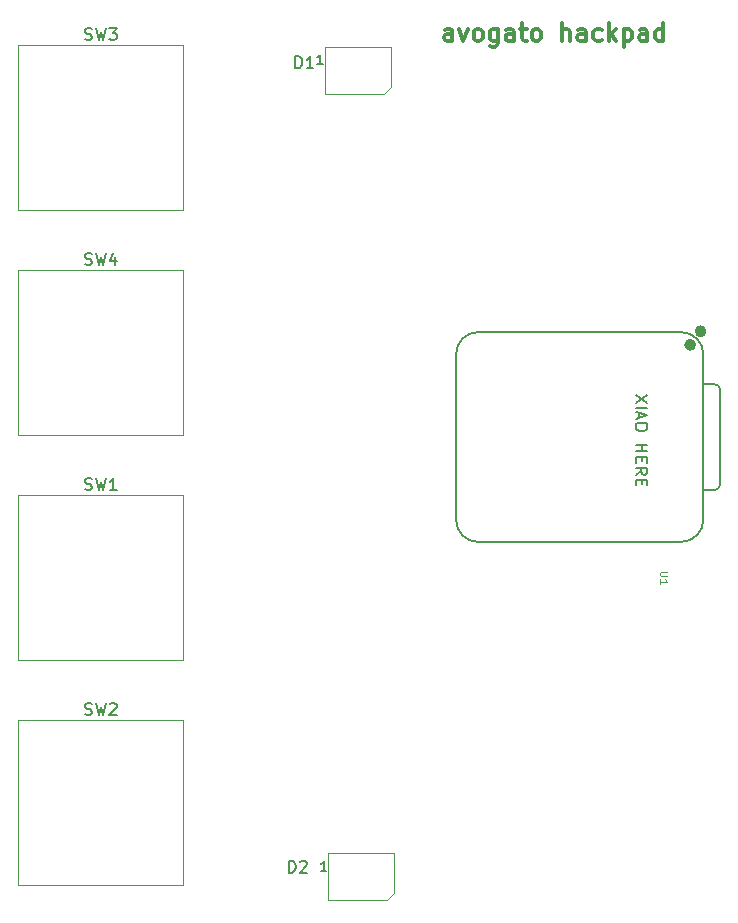
<source format=gbr>
%TF.GenerationSoftware,KiCad,Pcbnew,9.0.2-9.0.2-0~ubuntu25.04.1*%
%TF.CreationDate,2025-06-28T16:32:54-04:00*%
%TF.ProjectId,hackpad,6861636b-7061-4642-9e6b-696361645f70,rev?*%
%TF.SameCoordinates,Original*%
%TF.FileFunction,Legend,Top*%
%TF.FilePolarity,Positive*%
%FSLAX46Y46*%
G04 Gerber Fmt 4.6, Leading zero omitted, Abs format (unit mm)*
G04 Created by KiCad (PCBNEW 9.0.2-9.0.2-0~ubuntu25.04.1) date 2025-06-28 16:32:54*
%MOMM*%
%LPD*%
G01*
G04 APERTURE LIST*
%ADD10C,0.300000*%
%ADD11C,0.150000*%
%ADD12C,0.101600*%
%ADD13C,0.120000*%
%ADD14C,0.127000*%
%ADD15C,0.100000*%
%ADD16C,0.504000*%
G04 APERTURE END LIST*
D10*
X89303618Y-54569578D02*
X89303618Y-53783864D01*
X89303618Y-53783864D02*
X89232189Y-53641007D01*
X89232189Y-53641007D02*
X89089332Y-53569578D01*
X89089332Y-53569578D02*
X88803618Y-53569578D01*
X88803618Y-53569578D02*
X88660760Y-53641007D01*
X89303618Y-54498150D02*
X89160760Y-54569578D01*
X89160760Y-54569578D02*
X88803618Y-54569578D01*
X88803618Y-54569578D02*
X88660760Y-54498150D01*
X88660760Y-54498150D02*
X88589332Y-54355292D01*
X88589332Y-54355292D02*
X88589332Y-54212435D01*
X88589332Y-54212435D02*
X88660760Y-54069578D01*
X88660760Y-54069578D02*
X88803618Y-53998150D01*
X88803618Y-53998150D02*
X89160760Y-53998150D01*
X89160760Y-53998150D02*
X89303618Y-53926721D01*
X89875046Y-53569578D02*
X90232189Y-54569578D01*
X90232189Y-54569578D02*
X90589332Y-53569578D01*
X91375046Y-54569578D02*
X91232189Y-54498150D01*
X91232189Y-54498150D02*
X91160760Y-54426721D01*
X91160760Y-54426721D02*
X91089332Y-54283864D01*
X91089332Y-54283864D02*
X91089332Y-53855292D01*
X91089332Y-53855292D02*
X91160760Y-53712435D01*
X91160760Y-53712435D02*
X91232189Y-53641007D01*
X91232189Y-53641007D02*
X91375046Y-53569578D01*
X91375046Y-53569578D02*
X91589332Y-53569578D01*
X91589332Y-53569578D02*
X91732189Y-53641007D01*
X91732189Y-53641007D02*
X91803618Y-53712435D01*
X91803618Y-53712435D02*
X91875046Y-53855292D01*
X91875046Y-53855292D02*
X91875046Y-54283864D01*
X91875046Y-54283864D02*
X91803618Y-54426721D01*
X91803618Y-54426721D02*
X91732189Y-54498150D01*
X91732189Y-54498150D02*
X91589332Y-54569578D01*
X91589332Y-54569578D02*
X91375046Y-54569578D01*
X93160761Y-53569578D02*
X93160761Y-54783864D01*
X93160761Y-54783864D02*
X93089332Y-54926721D01*
X93089332Y-54926721D02*
X93017903Y-54998150D01*
X93017903Y-54998150D02*
X92875046Y-55069578D01*
X92875046Y-55069578D02*
X92660761Y-55069578D01*
X92660761Y-55069578D02*
X92517903Y-54998150D01*
X93160761Y-54498150D02*
X93017903Y-54569578D01*
X93017903Y-54569578D02*
X92732189Y-54569578D01*
X92732189Y-54569578D02*
X92589332Y-54498150D01*
X92589332Y-54498150D02*
X92517903Y-54426721D01*
X92517903Y-54426721D02*
X92446475Y-54283864D01*
X92446475Y-54283864D02*
X92446475Y-53855292D01*
X92446475Y-53855292D02*
X92517903Y-53712435D01*
X92517903Y-53712435D02*
X92589332Y-53641007D01*
X92589332Y-53641007D02*
X92732189Y-53569578D01*
X92732189Y-53569578D02*
X93017903Y-53569578D01*
X93017903Y-53569578D02*
X93160761Y-53641007D01*
X94517904Y-54569578D02*
X94517904Y-53783864D01*
X94517904Y-53783864D02*
X94446475Y-53641007D01*
X94446475Y-53641007D02*
X94303618Y-53569578D01*
X94303618Y-53569578D02*
X94017904Y-53569578D01*
X94017904Y-53569578D02*
X93875046Y-53641007D01*
X94517904Y-54498150D02*
X94375046Y-54569578D01*
X94375046Y-54569578D02*
X94017904Y-54569578D01*
X94017904Y-54569578D02*
X93875046Y-54498150D01*
X93875046Y-54498150D02*
X93803618Y-54355292D01*
X93803618Y-54355292D02*
X93803618Y-54212435D01*
X93803618Y-54212435D02*
X93875046Y-54069578D01*
X93875046Y-54069578D02*
X94017904Y-53998150D01*
X94017904Y-53998150D02*
X94375046Y-53998150D01*
X94375046Y-53998150D02*
X94517904Y-53926721D01*
X95017904Y-53569578D02*
X95589332Y-53569578D01*
X95232189Y-53069578D02*
X95232189Y-54355292D01*
X95232189Y-54355292D02*
X95303618Y-54498150D01*
X95303618Y-54498150D02*
X95446475Y-54569578D01*
X95446475Y-54569578D02*
X95589332Y-54569578D01*
X96303618Y-54569578D02*
X96160761Y-54498150D01*
X96160761Y-54498150D02*
X96089332Y-54426721D01*
X96089332Y-54426721D02*
X96017904Y-54283864D01*
X96017904Y-54283864D02*
X96017904Y-53855292D01*
X96017904Y-53855292D02*
X96089332Y-53712435D01*
X96089332Y-53712435D02*
X96160761Y-53641007D01*
X96160761Y-53641007D02*
X96303618Y-53569578D01*
X96303618Y-53569578D02*
X96517904Y-53569578D01*
X96517904Y-53569578D02*
X96660761Y-53641007D01*
X96660761Y-53641007D02*
X96732190Y-53712435D01*
X96732190Y-53712435D02*
X96803618Y-53855292D01*
X96803618Y-53855292D02*
X96803618Y-54283864D01*
X96803618Y-54283864D02*
X96732190Y-54426721D01*
X96732190Y-54426721D02*
X96660761Y-54498150D01*
X96660761Y-54498150D02*
X96517904Y-54569578D01*
X96517904Y-54569578D02*
X96303618Y-54569578D01*
X98589332Y-54569578D02*
X98589332Y-53069578D01*
X99232190Y-54569578D02*
X99232190Y-53783864D01*
X99232190Y-53783864D02*
X99160761Y-53641007D01*
X99160761Y-53641007D02*
X99017904Y-53569578D01*
X99017904Y-53569578D02*
X98803618Y-53569578D01*
X98803618Y-53569578D02*
X98660761Y-53641007D01*
X98660761Y-53641007D02*
X98589332Y-53712435D01*
X100589333Y-54569578D02*
X100589333Y-53783864D01*
X100589333Y-53783864D02*
X100517904Y-53641007D01*
X100517904Y-53641007D02*
X100375047Y-53569578D01*
X100375047Y-53569578D02*
X100089333Y-53569578D01*
X100089333Y-53569578D02*
X99946475Y-53641007D01*
X100589333Y-54498150D02*
X100446475Y-54569578D01*
X100446475Y-54569578D02*
X100089333Y-54569578D01*
X100089333Y-54569578D02*
X99946475Y-54498150D01*
X99946475Y-54498150D02*
X99875047Y-54355292D01*
X99875047Y-54355292D02*
X99875047Y-54212435D01*
X99875047Y-54212435D02*
X99946475Y-54069578D01*
X99946475Y-54069578D02*
X100089333Y-53998150D01*
X100089333Y-53998150D02*
X100446475Y-53998150D01*
X100446475Y-53998150D02*
X100589333Y-53926721D01*
X101946476Y-54498150D02*
X101803618Y-54569578D01*
X101803618Y-54569578D02*
X101517904Y-54569578D01*
X101517904Y-54569578D02*
X101375047Y-54498150D01*
X101375047Y-54498150D02*
X101303618Y-54426721D01*
X101303618Y-54426721D02*
X101232190Y-54283864D01*
X101232190Y-54283864D02*
X101232190Y-53855292D01*
X101232190Y-53855292D02*
X101303618Y-53712435D01*
X101303618Y-53712435D02*
X101375047Y-53641007D01*
X101375047Y-53641007D02*
X101517904Y-53569578D01*
X101517904Y-53569578D02*
X101803618Y-53569578D01*
X101803618Y-53569578D02*
X101946476Y-53641007D01*
X102589332Y-54569578D02*
X102589332Y-53069578D01*
X102732190Y-53998150D02*
X103160761Y-54569578D01*
X103160761Y-53569578D02*
X102589332Y-54141007D01*
X103803618Y-53569578D02*
X103803618Y-55069578D01*
X103803618Y-53641007D02*
X103946476Y-53569578D01*
X103946476Y-53569578D02*
X104232190Y-53569578D01*
X104232190Y-53569578D02*
X104375047Y-53641007D01*
X104375047Y-53641007D02*
X104446476Y-53712435D01*
X104446476Y-53712435D02*
X104517904Y-53855292D01*
X104517904Y-53855292D02*
X104517904Y-54283864D01*
X104517904Y-54283864D02*
X104446476Y-54426721D01*
X104446476Y-54426721D02*
X104375047Y-54498150D01*
X104375047Y-54498150D02*
X104232190Y-54569578D01*
X104232190Y-54569578D02*
X103946476Y-54569578D01*
X103946476Y-54569578D02*
X103803618Y-54498150D01*
X105803619Y-54569578D02*
X105803619Y-53783864D01*
X105803619Y-53783864D02*
X105732190Y-53641007D01*
X105732190Y-53641007D02*
X105589333Y-53569578D01*
X105589333Y-53569578D02*
X105303619Y-53569578D01*
X105303619Y-53569578D02*
X105160761Y-53641007D01*
X105803619Y-54498150D02*
X105660761Y-54569578D01*
X105660761Y-54569578D02*
X105303619Y-54569578D01*
X105303619Y-54569578D02*
X105160761Y-54498150D01*
X105160761Y-54498150D02*
X105089333Y-54355292D01*
X105089333Y-54355292D02*
X105089333Y-54212435D01*
X105089333Y-54212435D02*
X105160761Y-54069578D01*
X105160761Y-54069578D02*
X105303619Y-53998150D01*
X105303619Y-53998150D02*
X105660761Y-53998150D01*
X105660761Y-53998150D02*
X105803619Y-53926721D01*
X107160762Y-54569578D02*
X107160762Y-53069578D01*
X107160762Y-54498150D02*
X107017904Y-54569578D01*
X107017904Y-54569578D02*
X106732190Y-54569578D01*
X106732190Y-54569578D02*
X106589333Y-54498150D01*
X106589333Y-54498150D02*
X106517904Y-54426721D01*
X106517904Y-54426721D02*
X106446476Y-54283864D01*
X106446476Y-54283864D02*
X106446476Y-53855292D01*
X106446476Y-53855292D02*
X106517904Y-53712435D01*
X106517904Y-53712435D02*
X106589333Y-53641007D01*
X106589333Y-53641007D02*
X106732190Y-53569578D01*
X106732190Y-53569578D02*
X107017904Y-53569578D01*
X107017904Y-53569578D02*
X107160762Y-53641007D01*
D11*
X105814077Y-84568893D02*
X104814077Y-85235559D01*
X105814077Y-85235559D02*
X104814077Y-84568893D01*
X104814077Y-85616512D02*
X105814077Y-85616512D01*
X105099792Y-86045083D02*
X105099792Y-86521273D01*
X104814077Y-85949845D02*
X105814077Y-86283178D01*
X105814077Y-86283178D02*
X104814077Y-86616511D01*
X105814077Y-87140321D02*
X105814077Y-87330797D01*
X105814077Y-87330797D02*
X105766458Y-87426035D01*
X105766458Y-87426035D02*
X105671220Y-87521273D01*
X105671220Y-87521273D02*
X105480744Y-87568892D01*
X105480744Y-87568892D02*
X105147411Y-87568892D01*
X105147411Y-87568892D02*
X104956935Y-87521273D01*
X104956935Y-87521273D02*
X104861697Y-87426035D01*
X104861697Y-87426035D02*
X104814077Y-87330797D01*
X104814077Y-87330797D02*
X104814077Y-87140321D01*
X104814077Y-87140321D02*
X104861697Y-87045083D01*
X104861697Y-87045083D02*
X104956935Y-86949845D01*
X104956935Y-86949845D02*
X105147411Y-86902226D01*
X105147411Y-86902226D02*
X105480744Y-86902226D01*
X105480744Y-86902226D02*
X105671220Y-86949845D01*
X105671220Y-86949845D02*
X105766458Y-87045083D01*
X105766458Y-87045083D02*
X105814077Y-87140321D01*
X104814077Y-88759369D02*
X105814077Y-88759369D01*
X105337887Y-88759369D02*
X105337887Y-89330797D01*
X104814077Y-89330797D02*
X105814077Y-89330797D01*
X105337887Y-89806988D02*
X105337887Y-90140321D01*
X104814077Y-90283178D02*
X104814077Y-89806988D01*
X104814077Y-89806988D02*
X105814077Y-89806988D01*
X105814077Y-89806988D02*
X105814077Y-90283178D01*
X104814077Y-91283178D02*
X105290268Y-90949845D01*
X104814077Y-90711750D02*
X105814077Y-90711750D01*
X105814077Y-90711750D02*
X105814077Y-91092702D01*
X105814077Y-91092702D02*
X105766458Y-91187940D01*
X105766458Y-91187940D02*
X105718839Y-91235559D01*
X105718839Y-91235559D02*
X105623601Y-91283178D01*
X105623601Y-91283178D02*
X105480744Y-91283178D01*
X105480744Y-91283178D02*
X105385506Y-91235559D01*
X105385506Y-91235559D02*
X105337887Y-91187940D01*
X105337887Y-91187940D02*
X105290268Y-91092702D01*
X105290268Y-91092702D02*
X105290268Y-90711750D01*
X105337887Y-91711750D02*
X105337887Y-92045083D01*
X104814077Y-92187940D02*
X104814077Y-91711750D01*
X104814077Y-91711750D02*
X105814077Y-91711750D01*
X105814077Y-91711750D02*
X105814077Y-92187940D01*
X76000691Y-56876068D02*
X76000691Y-55876068D01*
X76000691Y-55876068D02*
X76238786Y-55876068D01*
X76238786Y-55876068D02*
X76381643Y-55923687D01*
X76381643Y-55923687D02*
X76476881Y-56018925D01*
X76476881Y-56018925D02*
X76524500Y-56114163D01*
X76524500Y-56114163D02*
X76572119Y-56304639D01*
X76572119Y-56304639D02*
X76572119Y-56447496D01*
X76572119Y-56447496D02*
X76524500Y-56637972D01*
X76524500Y-56637972D02*
X76476881Y-56733210D01*
X76476881Y-56733210D02*
X76381643Y-56828449D01*
X76381643Y-56828449D02*
X76238786Y-56876068D01*
X76238786Y-56876068D02*
X76000691Y-56876068D01*
X77524500Y-56876068D02*
X76953072Y-56876068D01*
X77238786Y-56876068D02*
X77238786Y-55876068D01*
X77238786Y-55876068D02*
X77143548Y-56018925D01*
X77143548Y-56018925D02*
X77048310Y-56114163D01*
X77048310Y-56114163D02*
X76953072Y-56161782D01*
X78324159Y-56545309D02*
X77867016Y-56545309D01*
X78095588Y-56545309D02*
X78095588Y-55745309D01*
X78095588Y-55745309D02*
X78019397Y-55859594D01*
X78019397Y-55859594D02*
X77943207Y-55935785D01*
X77943207Y-55935785D02*
X77867016Y-55973880D01*
X58197917Y-54445700D02*
X58340774Y-54493319D01*
X58340774Y-54493319D02*
X58578869Y-54493319D01*
X58578869Y-54493319D02*
X58674107Y-54445700D01*
X58674107Y-54445700D02*
X58721726Y-54398080D01*
X58721726Y-54398080D02*
X58769345Y-54302842D01*
X58769345Y-54302842D02*
X58769345Y-54207604D01*
X58769345Y-54207604D02*
X58721726Y-54112366D01*
X58721726Y-54112366D02*
X58674107Y-54064747D01*
X58674107Y-54064747D02*
X58578869Y-54017128D01*
X58578869Y-54017128D02*
X58388393Y-53969509D01*
X58388393Y-53969509D02*
X58293155Y-53921890D01*
X58293155Y-53921890D02*
X58245536Y-53874271D01*
X58245536Y-53874271D02*
X58197917Y-53779033D01*
X58197917Y-53779033D02*
X58197917Y-53683795D01*
X58197917Y-53683795D02*
X58245536Y-53588557D01*
X58245536Y-53588557D02*
X58293155Y-53540938D01*
X58293155Y-53540938D02*
X58388393Y-53493319D01*
X58388393Y-53493319D02*
X58626488Y-53493319D01*
X58626488Y-53493319D02*
X58769345Y-53540938D01*
X59102679Y-53493319D02*
X59340774Y-54493319D01*
X59340774Y-54493319D02*
X59531250Y-53779033D01*
X59531250Y-53779033D02*
X59721726Y-54493319D01*
X59721726Y-54493319D02*
X59959822Y-53493319D01*
X60245536Y-53493319D02*
X60864583Y-53493319D01*
X60864583Y-53493319D02*
X60531250Y-53874271D01*
X60531250Y-53874271D02*
X60674107Y-53874271D01*
X60674107Y-53874271D02*
X60769345Y-53921890D01*
X60769345Y-53921890D02*
X60816964Y-53969509D01*
X60816964Y-53969509D02*
X60864583Y-54064747D01*
X60864583Y-54064747D02*
X60864583Y-54302842D01*
X60864583Y-54302842D02*
X60816964Y-54398080D01*
X60816964Y-54398080D02*
X60769345Y-54445700D01*
X60769345Y-54445700D02*
X60674107Y-54493319D01*
X60674107Y-54493319D02*
X60388393Y-54493319D01*
X60388393Y-54493319D02*
X60293155Y-54445700D01*
X60293155Y-54445700D02*
X60245536Y-54398080D01*
X75450875Y-124979083D02*
X75450875Y-123979083D01*
X75450875Y-123979083D02*
X75688970Y-123979083D01*
X75688970Y-123979083D02*
X75831827Y-124026702D01*
X75831827Y-124026702D02*
X75927065Y-124121940D01*
X75927065Y-124121940D02*
X75974684Y-124217178D01*
X75974684Y-124217178D02*
X76022303Y-124407654D01*
X76022303Y-124407654D02*
X76022303Y-124550511D01*
X76022303Y-124550511D02*
X75974684Y-124740987D01*
X75974684Y-124740987D02*
X75927065Y-124836225D01*
X75927065Y-124836225D02*
X75831827Y-124931464D01*
X75831827Y-124931464D02*
X75688970Y-124979083D01*
X75688970Y-124979083D02*
X75450875Y-124979083D01*
X76403256Y-124074321D02*
X76450875Y-124026702D01*
X76450875Y-124026702D02*
X76546113Y-123979083D01*
X76546113Y-123979083D02*
X76784208Y-123979083D01*
X76784208Y-123979083D02*
X76879446Y-124026702D01*
X76879446Y-124026702D02*
X76927065Y-124074321D01*
X76927065Y-124074321D02*
X76974684Y-124169559D01*
X76974684Y-124169559D02*
X76974684Y-124264797D01*
X76974684Y-124264797D02*
X76927065Y-124407654D01*
X76927065Y-124407654D02*
X76355637Y-124979083D01*
X76355637Y-124979083D02*
X76974684Y-124979083D01*
X78622321Y-124818545D02*
X78165178Y-124818545D01*
X78393750Y-124818545D02*
X78393750Y-124018545D01*
X78393750Y-124018545D02*
X78317559Y-124132830D01*
X78317559Y-124132830D02*
X78241369Y-124209021D01*
X78241369Y-124209021D02*
X78165178Y-124247116D01*
X58197917Y-73495700D02*
X58340774Y-73543319D01*
X58340774Y-73543319D02*
X58578869Y-73543319D01*
X58578869Y-73543319D02*
X58674107Y-73495700D01*
X58674107Y-73495700D02*
X58721726Y-73448080D01*
X58721726Y-73448080D02*
X58769345Y-73352842D01*
X58769345Y-73352842D02*
X58769345Y-73257604D01*
X58769345Y-73257604D02*
X58721726Y-73162366D01*
X58721726Y-73162366D02*
X58674107Y-73114747D01*
X58674107Y-73114747D02*
X58578869Y-73067128D01*
X58578869Y-73067128D02*
X58388393Y-73019509D01*
X58388393Y-73019509D02*
X58293155Y-72971890D01*
X58293155Y-72971890D02*
X58245536Y-72924271D01*
X58245536Y-72924271D02*
X58197917Y-72829033D01*
X58197917Y-72829033D02*
X58197917Y-72733795D01*
X58197917Y-72733795D02*
X58245536Y-72638557D01*
X58245536Y-72638557D02*
X58293155Y-72590938D01*
X58293155Y-72590938D02*
X58388393Y-72543319D01*
X58388393Y-72543319D02*
X58626488Y-72543319D01*
X58626488Y-72543319D02*
X58769345Y-72590938D01*
X59102679Y-72543319D02*
X59340774Y-73543319D01*
X59340774Y-73543319D02*
X59531250Y-72829033D01*
X59531250Y-72829033D02*
X59721726Y-73543319D01*
X59721726Y-73543319D02*
X59959822Y-72543319D01*
X60769345Y-72876652D02*
X60769345Y-73543319D01*
X60531250Y-72495700D02*
X60293155Y-73209985D01*
X60293155Y-73209985D02*
X60912202Y-73209985D01*
X58197917Y-92545700D02*
X58340774Y-92593319D01*
X58340774Y-92593319D02*
X58578869Y-92593319D01*
X58578869Y-92593319D02*
X58674107Y-92545700D01*
X58674107Y-92545700D02*
X58721726Y-92498080D01*
X58721726Y-92498080D02*
X58769345Y-92402842D01*
X58769345Y-92402842D02*
X58769345Y-92307604D01*
X58769345Y-92307604D02*
X58721726Y-92212366D01*
X58721726Y-92212366D02*
X58674107Y-92164747D01*
X58674107Y-92164747D02*
X58578869Y-92117128D01*
X58578869Y-92117128D02*
X58388393Y-92069509D01*
X58388393Y-92069509D02*
X58293155Y-92021890D01*
X58293155Y-92021890D02*
X58245536Y-91974271D01*
X58245536Y-91974271D02*
X58197917Y-91879033D01*
X58197917Y-91879033D02*
X58197917Y-91783795D01*
X58197917Y-91783795D02*
X58245536Y-91688557D01*
X58245536Y-91688557D02*
X58293155Y-91640938D01*
X58293155Y-91640938D02*
X58388393Y-91593319D01*
X58388393Y-91593319D02*
X58626488Y-91593319D01*
X58626488Y-91593319D02*
X58769345Y-91640938D01*
X59102679Y-91593319D02*
X59340774Y-92593319D01*
X59340774Y-92593319D02*
X59531250Y-91879033D01*
X59531250Y-91879033D02*
X59721726Y-92593319D01*
X59721726Y-92593319D02*
X59959822Y-91593319D01*
X60864583Y-92593319D02*
X60293155Y-92593319D01*
X60578869Y-92593319D02*
X60578869Y-91593319D01*
X60578869Y-91593319D02*
X60483631Y-91736176D01*
X60483631Y-91736176D02*
X60388393Y-91831414D01*
X60388393Y-91831414D02*
X60293155Y-91879033D01*
X58197917Y-111595700D02*
X58340774Y-111643319D01*
X58340774Y-111643319D02*
X58578869Y-111643319D01*
X58578869Y-111643319D02*
X58674107Y-111595700D01*
X58674107Y-111595700D02*
X58721726Y-111548080D01*
X58721726Y-111548080D02*
X58769345Y-111452842D01*
X58769345Y-111452842D02*
X58769345Y-111357604D01*
X58769345Y-111357604D02*
X58721726Y-111262366D01*
X58721726Y-111262366D02*
X58674107Y-111214747D01*
X58674107Y-111214747D02*
X58578869Y-111167128D01*
X58578869Y-111167128D02*
X58388393Y-111119509D01*
X58388393Y-111119509D02*
X58293155Y-111071890D01*
X58293155Y-111071890D02*
X58245536Y-111024271D01*
X58245536Y-111024271D02*
X58197917Y-110929033D01*
X58197917Y-110929033D02*
X58197917Y-110833795D01*
X58197917Y-110833795D02*
X58245536Y-110738557D01*
X58245536Y-110738557D02*
X58293155Y-110690938D01*
X58293155Y-110690938D02*
X58388393Y-110643319D01*
X58388393Y-110643319D02*
X58626488Y-110643319D01*
X58626488Y-110643319D02*
X58769345Y-110690938D01*
X59102679Y-110643319D02*
X59340774Y-111643319D01*
X59340774Y-111643319D02*
X59531250Y-110929033D01*
X59531250Y-110929033D02*
X59721726Y-111643319D01*
X59721726Y-111643319D02*
X59959822Y-110643319D01*
X60293155Y-110738557D02*
X60340774Y-110690938D01*
X60340774Y-110690938D02*
X60436012Y-110643319D01*
X60436012Y-110643319D02*
X60674107Y-110643319D01*
X60674107Y-110643319D02*
X60769345Y-110690938D01*
X60769345Y-110690938D02*
X60816964Y-110738557D01*
X60816964Y-110738557D02*
X60864583Y-110833795D01*
X60864583Y-110833795D02*
X60864583Y-110929033D01*
X60864583Y-110929033D02*
X60816964Y-111071890D01*
X60816964Y-111071890D02*
X60245536Y-111643319D01*
X60245536Y-111643319D02*
X60864583Y-111643319D01*
D12*
X107502770Y-99528690D02*
X106988723Y-99528690D01*
X106988723Y-99528690D02*
X106928247Y-99558928D01*
X106928247Y-99558928D02*
X106898009Y-99589166D01*
X106898009Y-99589166D02*
X106867770Y-99649642D01*
X106867770Y-99649642D02*
X106867770Y-99770595D01*
X106867770Y-99770595D02*
X106898009Y-99831071D01*
X106898009Y-99831071D02*
X106928247Y-99861309D01*
X106928247Y-99861309D02*
X106988723Y-99891547D01*
X106988723Y-99891547D02*
X107502770Y-99891547D01*
X106867770Y-100526547D02*
X106867770Y-100163690D01*
X106867770Y-100345118D02*
X107502770Y-100345118D01*
X107502770Y-100345118D02*
X107412056Y-100284642D01*
X107412056Y-100284642D02*
X107351580Y-100224166D01*
X107351580Y-100224166D02*
X107321342Y-100163690D01*
D13*
%TO.C,D1*%
X78495588Y-55058014D02*
X78495588Y-59058014D01*
X78495588Y-55058014D02*
X84095588Y-55058014D01*
X78495588Y-59058014D02*
X83495588Y-59058014D01*
X84095588Y-58458014D02*
X83495588Y-59058014D01*
X84095588Y-58458014D02*
X84095588Y-55058014D01*
%TO.C,SW3*%
X52546250Y-54927500D02*
X66516250Y-54927500D01*
X52546250Y-68897500D02*
X52546250Y-54927500D01*
X66516250Y-54927500D02*
X66516250Y-68897500D01*
X66516250Y-68897500D02*
X52546250Y-68897500D01*
%TO.C,D2*%
X84393750Y-126731250D02*
X84393750Y-123331250D01*
X84393750Y-126731250D02*
X83793750Y-127331250D01*
X78793750Y-127331250D02*
X83793750Y-127331250D01*
X78793750Y-123331250D02*
X84393750Y-123331250D01*
X78793750Y-123331250D02*
X78793750Y-127331250D01*
%TO.C,SW4*%
X66516250Y-87947500D02*
X52546250Y-87947500D01*
X66516250Y-73977500D02*
X66516250Y-87947500D01*
X52546250Y-87947500D02*
X52546250Y-73977500D01*
X52546250Y-73977500D02*
X66516250Y-73977500D01*
%TO.C,SW1*%
X66516250Y-106997500D02*
X52546250Y-106997500D01*
X66516250Y-93027500D02*
X66516250Y-106997500D01*
X52546250Y-106997500D02*
X52546250Y-93027500D01*
X52546250Y-93027500D02*
X66516250Y-93027500D01*
%TO.C,SW2*%
X66516250Y-126047500D02*
X52546250Y-126047500D01*
X66516250Y-112077500D02*
X66516250Y-126047500D01*
X52546250Y-126047500D02*
X52546250Y-112077500D01*
X52546250Y-112077500D02*
X66516250Y-112077500D01*
D14*
%TO.C,U1*%
X91503500Y-79216250D02*
X108648500Y-79216250D01*
X89598500Y-81121250D02*
X89598500Y-95091250D01*
X110553500Y-83611250D02*
X111463772Y-83614978D01*
X111963500Y-84114978D02*
X111963500Y-92110250D01*
X111463500Y-92610250D02*
X110553500Y-92610250D01*
D15*
X110553500Y-95091250D02*
X110553500Y-81121250D01*
D14*
X110553500Y-95091250D02*
X110553500Y-81121250D01*
X91503500Y-96996250D02*
X108648500Y-96996250D01*
X108648500Y-79216250D02*
G75*
G02*
X110553500Y-81121250I-1J-1905001D01*
G01*
X89598500Y-81121250D02*
G75*
G02*
X91503500Y-79216250I1905001J-1D01*
G01*
X111463772Y-83614978D02*
G75*
G02*
X111963499Y-84114978I-291J-500018D01*
G01*
X111963500Y-92110250D02*
G75*
G02*
X111463500Y-92610250I-500000J0D01*
G01*
X110553500Y-95091250D02*
G75*
G02*
X108648500Y-96996250I-1905000J0D01*
G01*
X91503500Y-96996250D02*
G75*
G02*
X89598500Y-95091250I0J1905000D01*
G01*
D16*
X110564500Y-79156250D02*
G75*
G02*
X110060500Y-79156250I-252000J0D01*
G01*
X110060500Y-79156250D02*
G75*
G02*
X110564500Y-79156250I252000J0D01*
G01*
X109684500Y-80299250D02*
G75*
G02*
X109180500Y-80299250I-252000J0D01*
G01*
X109180500Y-80299250D02*
G75*
G02*
X109684500Y-80299250I252000J0D01*
G01*
%TD*%
M02*

</source>
